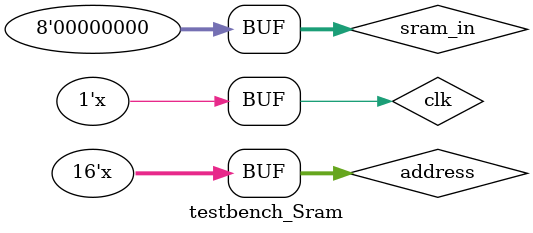
<source format=sv>
module testbench_Sram;

	logic clk = 0;
	logic [15:0] address = 16'b0;
	logic [7:0] sram_in = 1'b0;
	logic [7:0] sram_out;

	
	sram #(16, 8, 40320, "C:/intelFPGA_lite/18.1/TicTacToe/Image processing/spriteVamoR.mem")
	sprite_R(clk, address, 0, sram_in, sram_out);
	
	always #5 clk = ~clk;
	always #10 address = address + 1'b1;


endmodule

</source>
